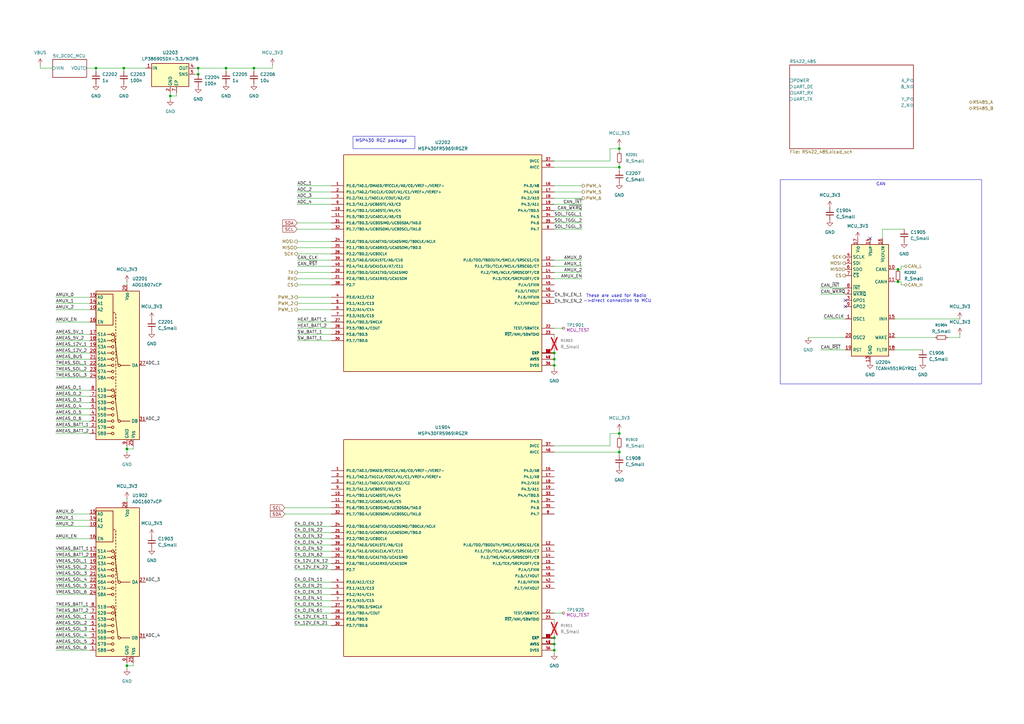
<source format=kicad_sch>
(kicad_sch (version 20250114) (generator "eeschema") (generator_version "9.0")
  (paper "A3")
  (text "These are used for Radio \n->direct connection to MCU" (at 253.238 122.428 0) (effects (font (size 1.27 1.27))))
  (text_box "MCU, communitaction channels\nmaybe heater for maintaininig temperature?" (at 24.13 -26.67 0) (size 41.402 19.304) (margins 0.9525 0.9525 0.9525 0.9525) (effects (font (size 1.27 1.27)) (justify left top)))
  (text_box "MSP430 RGZ package" (at 144.78 55.88 0) (size 25.4 5.08) (margins 0.9525 0.9525 0.9525 0.9525) (effects (font (size 1.27 1.27)) (justify left top)))
  (text_box "CAN" (at 320.04 73.66 0) (size 82.55 83.82) (margins 0.9525 0.9525 0.9525 0.9525) (effects (font (size 1.27 1.27)) (justify top)))
  (junction (at 81.28 30.48))
  (junction (at 227.33 144.78))
  (junction (at 81.28 27.94))
  (junction (at 368.3 115.57))
  (junction (at 92.71 27.94))
  (junction (at 254 185.42))
  (junction (at 368.3 110.49))
  (junction (at 227.33 264.16))
  (junction (at 227.33 266.7))
  (junction (at 50.8 27.94))
  (junction (at 104.14 27.94))
  (junction (at 69.85 39.37))
  (junction (at 39.37 27.94))
  (junction (at 52.07 184.15))
  (junction (at 227.33 147.32))
  (junction (at 227.33 149.86))
  (junction (at 254 68.58))
  (junction (at 227.33 261.62))
  (junction (at 254 60.96))
  (junction (at 254 177.8))
  (junction (at 52.07 273.05))
  (no_connect (at 346.71 123.19))
  (no_connect (at 346.71 125.73))
  (no_connect (at 356.87 97.79))
  (bus_entry (at -97.79 69.85) (size 2.54 2.54))
  (bus_entry (at -27.94 105.41) (size 2.54 2.54))
  (bus_entry (at -27.94 55.88) (size 2.54 2.54))
  (bus_entry (at -97.79 62.23) (size 2.54 2.54))
  (bus_entry (at -59.69 60.96) (size 2.54 2.54))
  (bus_entry (at -59.69 107.95) (size 2.54 2.54))
  (bus_entry (at -97.79 58.42) (size 2.54 2.54))
  (bus_entry (at -59.69 92.71) (size 2.54 2.54))
  (bus_entry (at -27.94 86.36) (size 2.54 2.54))
  (bus_entry (at -59.69 83.82) (size 2.54 2.54))
  (bus_entry (at -59.69 55.88) (size 2.54 2.54))
  (bus_entry (at -27.94 76.2) (size 2.54 2.54))
  (bus_entry (at -27.94 88.9) (size 2.54 2.54))
  (bus_entry (at -59.69 76.2) (size 2.54 2.54))
  (bus_entry (at -27.94 83.82) (size 2.54 2.54))
  (bus_entry (at -27.94 102.87) (size 2.54 2.54))
  (bus_entry (at -59.69 127) (size 2.54 2.54))
  (bus_entry (at -59.69 86.36) (size 2.54 2.54))
  (bus_entry (at -27.94 71.12) (size 2.54 2.54))
  (bus_entry (at -97.79 66.04) (size 2.54 2.54))
  (bus_entry (at -130.81 69.85) (size 2.54 2.54))
  (bus_entry (at -59.69 118.11) (size 2.54 2.54))
  (bus_entry (at -59.69 97.79) (size 2.54 2.54))
  (bus_entry (at -59.69 73.66) (size 2.54 2.54))
  (bus_entry (at -130.81 74.93) (size 2.54 2.54))
  (bus_entry (at -59.69 110.49) (size 2.54 2.54))
  (bus_entry (at -27.94 60.96) (size 2.54 2.54))
  (bus_entry (at -59.69 50.8) (size 2.54 2.54))
  (bus_entry (at -97.79 54.61) (size 2.54 2.54))
  (bus_entry (at -130.81 78.74) (size 2.54 2.54))
  (bus_entry (at -59.69 53.34) (size 2.54 2.54))
  (bus_entry (at -27.94 113.03) (size 2.54 2.54))
  (bus_entry (at -97.79 77.47) (size 2.54 2.54))
  (bus_entry (at -130.81 50.8) (size 2.54 2.54))
  (bus_entry (at -59.69 115.57) (size 2.54 2.54))
  (bus_entry (at -59.69 66.04) (size 2.54 2.54))
  (bus_entry (at -59.69 71.12) (size 2.54 2.54))
  (bus_entry (at -27.94 53.34) (size 2.54 2.54))
  (bus_entry (at -59.69 100.33) (size 2.54 2.54))
  (bus_entry (at -97.79 50.8) (size 2.54 2.54))
  (bus_entry (at -97.79 81.28) (size 2.54 2.54))
  (bus_entry (at -59.69 95.25) (size 2.54 2.54))
  (bus_entry (at -27.94 78.74) (size 2.54 2.54))
  (bus_entry (at -27.94 91.44) (size 2.54 2.54))
  (bus_entry (at -59.69 58.42) (size 2.54 2.54))
  (bus_entry (at -59.69 78.74) (size 2.54 2.54))
  (bus_entry (at -27.94 96.52) (size 2.54 2.54))
  (bus_entry (at -130.81 54.61) (size 2.54 2.54))
  (bus_entry (at -130.81 62.23) (size 2.54 2.54))
  (bus_entry (at -27.94 63.5) (size 2.54 2.54))
  (bus_entry (at -59.69 63.5) (size 2.54 2.54))
  (bus_entry (at -130.81 58.42) (size 2.54 2.54))
  (bus_entry (at -130.81 66.04) (size 2.54 2.54))
  (bus_entry (at -27.94 58.42) (size 2.54 2.54))
  (bus_entry (at -59.69 68.58) (size 2.54 2.54))
  (bus_entry (at -59.69 120.65) (size 2.54 2.54))
  (bus_entry (at -27.94 68.58) (size 2.54 2.54))
  (bus_entry (at -27.94 50.8) (size 2.54 2.54))
  (bus_entry (at -27.94 93.98) (size 2.54 2.54))
  (bus_entry (at -59.69 129.54) (size 2.54 2.54))
  (wire (pts (xy 254 177.8) (xy 254 179.07)))
  (bus (pts (xy -130.81 58.42) (xy -130.81 62.23)))
  (wire (pts (xy -25.4 53.34) (xy -11.43 53.34)))
  (wire (pts (xy -25.4 55.88) (xy -11.43 55.88)))
  (wire (pts (xy 22.86 127) (xy 36.83 127)))
  (wire (pts (xy 369.57 116.84) (xy 369.57 115.57)))
  (wire (pts (xy 52.07 184.15) (xy 54.61 184.15)))
  (wire (pts (xy 22.86 162.56) (xy 36.83 162.56)))
  (wire (pts (xy -57.15 66.04) (xy -43.18 66.04)))
  (wire (pts (xy 238.76 86.36) (xy 227.33 86.36)))
  (wire (pts (xy 121.92 124.46) (xy 135.89 124.46)))
  (wire (pts (xy -25.4 115.57) (xy -11.43 115.57)))
  (bus (pts (xy -27.94 88.9) (xy -27.94 91.44)))
  (wire (pts (xy 22.86 147.32) (xy 36.83 147.32)))
  (wire (pts (xy 81.28 27.94) (xy 92.71 27.94)))
  (wire (pts (xy 22.86 251.46) (xy 36.83 251.46)))
  (wire (pts (xy 22.86 259.08) (xy 36.83 259.08)))
  (wire (pts (xy -57.15 68.58) (xy -43.18 68.58)))
  (bus (pts (xy -27.94 86.36) (xy -27.94 88.9)))
  (wire (pts (xy 254 67.31) (xy 254 68.58)))
  (wire (pts (xy 369.57 110.49) (xy 368.3 110.49)))
  (wire (pts (xy 22.86 256.54) (xy 36.83 256.54)))
  (wire (pts (xy 111.76 26.67) (xy 111.76 27.94)))
  (bus (pts (xy -27.94 102.87) (xy -27.94 105.41)))
  (bus (pts (xy -59.69 110.49) (xy -59.69 115.57)))
  (wire (pts (xy 22.86 241.3) (xy 36.83 241.3)))
  (wire (pts (xy 227.33 251.46) (xy 231.14 251.46)))
  (wire (pts (xy -57.15 123.19) (xy -43.18 123.19)))
  (wire (pts (xy -128.27 57.15) (xy -113.03 57.15)))
  (wire (pts (xy 227.33 68.58) (xy 254 68.58)))
  (wire (pts (xy 121.92 137.16) (xy 135.89 137.16)))
  (bus (pts (xy -59.69 129.54) (xy -59.69 147.32)))
  (wire (pts (xy 120.65 233.68) (xy 135.89 233.68)))
  (wire (pts (xy 250.19 60.96) (xy 250.19 66.04)))
  (wire (pts (xy 370.84 116.84) (xy 369.57 116.84)))
  (bus (pts (xy -27.94 48.26) (xy -25.4 48.26)))
  (wire (pts (xy 368.3 110.49) (xy 367.03 110.49)))
  (wire (pts (xy 104.14 29.21) (xy 104.14 27.94)))
  (wire (pts (xy 22.86 215.9) (xy 36.83 215.9)))
  (bus (pts (xy -59.69 55.88) (xy -59.69 58.42)))
  (wire (pts (xy 22.86 165.1) (xy 36.83 165.1)))
  (wire (pts (xy 120.65 215.9) (xy 135.89 215.9)))
  (wire (pts (xy 121.92 78.74) (xy 135.89 78.74)))
  (wire (pts (xy 16.51 27.94) (xy 16.51 26.67)))
  (wire (pts (xy 92.71 29.21) (xy 92.71 27.94)))
  (wire (pts (xy 227.33 260.35) (xy 227.33 261.62)))
  (wire (pts (xy 227.33 147.32) (xy 227.33 144.78)))
  (wire (pts (xy 22.86 210.82) (xy 36.83 210.82)))
  (wire (pts (xy -95.25 53.34) (xy -80.01 53.34)))
  (wire (pts (xy 69.85 40.64) (xy 69.85 39.37)))
  (wire (pts (xy 227.33 264.16) (xy 227.33 261.62)))
  (wire (pts (xy 370.84 109.22) (xy 369.57 109.22)))
  (wire (pts (xy -57.15 132.08) (xy -43.18 132.08)))
  (wire (pts (xy 52.07 273.05) (xy 52.07 271.78)))
  (wire (pts (xy -128.27 77.47) (xy -113.03 77.47)))
  (wire (pts (xy 121.92 116.84) (xy 135.89 116.84)))
  (wire (pts (xy 80.01 27.94) (xy 81.28 27.94)))
  (bus (pts (xy -97.79 54.61) (xy -97.79 58.42)))
  (bus (pts (xy -27.94 96.52) (xy -27.94 102.87)))
  (wire (pts (xy 22.86 261.62) (xy 36.83 261.62)))
  (bus (pts (xy -130.81 78.74) (xy -130.81 87.63)))
  (wire (pts (xy 383.54 138.43) (xy 367.03 138.43)))
  (wire (pts (xy -57.15 88.9) (xy -43.18 88.9)))
  (wire (pts (xy 121.92 104.14) (xy 135.89 104.14)))
  (bus (pts (xy -130.81 62.23) (xy -130.81 66.04)))
  (bus (pts (xy -97.79 48.26) (xy -97.79 50.8)))
  (wire (pts (xy 22.86 231.14) (xy 36.83 231.14)))
  (bus (pts (xy -59.69 73.66) (xy -59.69 76.2)))
  (wire (pts (xy 250.19 66.04) (xy 227.33 66.04)))
  (wire (pts (xy 22.86 254) (xy 36.83 254)))
  (wire (pts (xy 135.89 251.46) (xy 120.65 251.46)))
  (wire (pts (xy 337.82 130.81) (xy 346.71 130.81)))
  (wire (pts (xy 227.33 106.68) (xy 238.76 106.68)))
  (bus (pts (xy -59.69 76.2) (xy -59.69 78.74)))
  (bus (pts (xy -27.94 113.03) (xy -27.94 129.54)))
  (bus (pts (xy -59.69 68.58) (xy -59.69 71.12)))
  (wire (pts (xy 22.86 132.08) (xy 36.83 132.08)))
  (bus (pts (xy -59.69 115.57) (xy -59.69 118.11)))
  (wire (pts (xy -25.4 60.96) (xy -11.43 60.96)))
  (wire (pts (xy -128.27 60.96) (xy -113.03 60.96)))
  (wire (pts (xy 121.92 83.82) (xy 135.89 83.82)))
  (wire (pts (xy 250.19 177.8) (xy 254 177.8)))
  (bus (pts (xy -27.94 58.42) (xy -27.94 60.96)))
  (wire (pts (xy -57.15 73.66) (xy -43.18 73.66)))
  (wire (pts (xy -25.4 63.5) (xy -11.43 63.5)))
  (bus (pts (xy -27.94 53.34) (xy -27.94 55.88)))
  (wire (pts (xy 120.65 220.98) (xy 135.89 220.98)))
  (bus (pts (xy -27.94 91.44) (xy -27.94 93.98)))
  (wire (pts (xy 22.86 167.64) (xy 36.83 167.64)))
  (wire (pts (xy -57.15 78.74) (xy -43.18 78.74)))
  (bus (pts (xy -27.94 76.2) (xy -27.94 78.74)))
  (wire (pts (xy 254 60.96) (xy 254 62.23)))
  (wire (pts (xy 22.86 264.16) (xy 36.83 264.16)))
  (wire (pts (xy 81.28 27.94) (xy 81.28 30.48)))
  (wire (pts (xy 22.86 154.94) (xy 36.83 154.94)))
  (wire (pts (xy -25.4 107.95) (xy -11.43 107.95)))
  (wire (pts (xy 52.07 184.15) (xy 52.07 182.88)))
  (wire (pts (xy 22.86 177.8) (xy 36.83 177.8)))
  (wire (pts (xy 238.76 81.28) (xy 227.33 81.28)))
  (bus (pts (xy -27.94 63.5) (xy -27.94 68.58)))
  (wire (pts (xy 81.28 30.48) (xy 80.01 30.48)))
  (wire (pts (xy -57.15 118.11) (xy -43.18 118.11)))
  (wire (pts (xy 250.19 177.8) (xy 250.19 182.88)))
  (wire (pts (xy 121.92 134.62) (xy 135.89 134.62)))
  (wire (pts (xy 254 69.85) (xy 254 68.58)))
  (wire (pts (xy 116.84 210.82) (xy 135.89 210.82)))
  (wire (pts (xy 369.57 109.22) (xy 369.57 110.49)))
  (wire (pts (xy -128.27 81.28) (xy -113.03 81.28)))
  (wire (pts (xy 22.86 152.4) (xy 36.83 152.4)))
  (wire (pts (xy 227.33 149.86) (xy 227.33 147.32)))
  (bus (pts (xy -97.79 48.26) (xy -95.25 48.26)))
  (wire (pts (xy -95.25 57.15) (xy -80.01 57.15)))
  (wire (pts (xy 121.92 121.92) (xy 135.89 121.92)))
  (wire (pts (xy 238.76 83.82) (xy 227.33 83.82)))
  (bus (pts (xy -97.79 69.85) (xy -97.79 77.47)))
  (wire (pts (xy 104.14 27.94) (xy 92.71 27.94)))
  (wire (pts (xy 238.76 78.74) (xy 227.33 78.74)))
  (wire (pts (xy -25.4 86.36) (xy -11.43 86.36)))
  (wire (pts (xy 22.86 121.92) (xy 36.83 121.92)))
  (wire (pts (xy -25.4 71.12) (xy -11.43 71.12)))
  (wire (pts (xy 120.65 223.52) (xy 135.89 223.52)))
  (wire (pts (xy 227.33 114.3) (xy 238.76 114.3)))
  (wire (pts (xy -25.4 73.66) (xy -11.43 73.66)))
  (wire (pts (xy 111.76 27.94) (xy 104.14 27.94)))
  (bus (pts (xy -59.69 66.04) (xy -59.69 68.58)))
  (wire (pts (xy 116.84 208.28) (xy 135.89 208.28)))
  (wire (pts (xy 121.92 114.3) (xy 135.89 114.3)))
  (wire (pts (xy 121.92 139.7) (xy 135.89 139.7)))
  (wire (pts (xy 368.3 115.57) (xy 367.03 115.57)))
  (wire (pts (xy -57.15 100.33) (xy -43.18 100.33)))
  (wire (pts (xy 227.33 151.13) (xy 227.33 149.86)))
  (bus (pts (xy -59.69 71.12) (xy -59.69 73.66)))
  (bus (pts (xy -59.69 107.95) (xy -59.69 110.49)))
  (wire (pts (xy 336.55 118.11) (xy 346.71 118.11)))
  (bus (pts (xy -97.79 81.28) (xy -97.79 105.41)))
  (wire (pts (xy 35.56 27.94) (xy 39.37 27.94)))
  (wire (pts (xy 254 186.69) (xy 254 185.42)))
  (wire (pts (xy 121.92 91.44) (xy 135.89 91.44)))
  (bus (pts (xy -59.69 48.26) (xy -59.69 50.8)))
  (wire (pts (xy 254 184.15) (xy 254 185.42)))
  (bus (pts (xy -27.94 105.41) (xy -27.94 113.03)))
  (bus (pts (xy -27.94 50.8) (xy -27.94 53.34)))
  (wire (pts (xy -25.4 91.44) (xy -11.43 91.44)))
  (wire (pts (xy 250.19 182.88) (xy 227.33 182.88)))
  (wire (pts (xy 69.85 39.37) (xy 72.39 39.37)))
  (wire (pts (xy -57.15 63.5) (xy -43.18 63.5)))
  (wire (pts (xy 227.33 255.27) (xy 227.33 254)))
  (wire (pts (xy 120.65 218.44) (xy 135.89 218.44)))
  (wire (pts (xy 72.39 39.37) (xy 72.39 38.1)))
  (wire (pts (xy -57.15 113.03) (xy -43.18 113.03)))
  (wire (pts (xy 135.89 254) (xy 120.65 254)))
  (bus (pts (xy -59.69 120.65) (xy -59.69 127)))
  (wire (pts (xy 121.92 99.06) (xy 135.89 99.06)))
  (wire (pts (xy -95.25 72.39) (xy -80.01 72.39)))
  (wire (pts (xy 69.85 39.37) (xy 69.85 38.1)))
  (wire (pts (xy 120.65 241.3) (xy 135.89 241.3)))
  (wire (pts (xy 120.65 243.84) (xy 135.89 243.84)))
  (wire (pts (xy 50.8 29.21) (xy 50.8 27.94)))
  (wire (pts (xy -95.25 80.01) (xy -80.01 80.01)))
  (wire (pts (xy 254 176.53) (xy 254 177.8)))
  (wire (pts (xy -25.4 96.52) (xy -11.43 96.52)))
  (wire (pts (xy 135.89 256.54) (xy 120.65 256.54)))
  (wire (pts (xy 121.92 109.22) (xy 135.89 109.22)))
  (wire (pts (xy 16.51 27.94) (xy 21.59 27.94)))
  (wire (pts (xy -25.4 66.04) (xy -11.43 66.04)))
  (wire (pts (xy 50.8 27.94) (xy 59.69 27.94)))
  (wire (pts (xy 52.07 273.05) (xy 54.61 273.05)))
  (wire (pts (xy 361.95 93.98) (xy 370.84 93.98)))
  (bus (pts (xy -59.69 48.26) (xy -57.15 48.26)))
  (wire (pts (xy -25.4 58.42) (xy -11.43 58.42)))
  (wire (pts (xy 22.86 226.06) (xy 36.83 226.06)))
  (wire (pts (xy 227.33 185.42) (xy 254 185.42)))
  (wire (pts (xy 121.92 127) (xy 135.89 127)))
  (wire (pts (xy 22.86 238.76) (xy 36.83 238.76)))
  (bus (pts (xy -59.69 63.5) (xy -59.69 66.04)))
  (wire (pts (xy -57.15 95.25) (xy -43.18 95.25)))
  (wire (pts (xy -95.25 60.96) (xy -80.01 60.96)))
  (wire (pts (xy 22.86 175.26) (xy 36.83 175.26)))
  (wire (pts (xy 250.19 60.96) (xy 254 60.96)))
  (wire (pts (xy -95.25 64.77) (xy -80.01 64.77)))
  (bus (pts (xy -27.94 78.74) (xy -27.94 83.82)))
  (bus (pts (xy -59.69 127) (xy -59.69 129.54)))
  (wire (pts (xy -128.27 53.34) (xy -113.03 53.34)))
  (wire (pts (xy 369.57 115.57) (xy 368.3 115.57)))
  (wire (pts (xy -57.15 55.88) (xy -41.91 55.88)))
  (bus (pts (xy -97.79 58.42) (xy -97.79 62.23)))
  (bus (pts (xy -27.94 93.98) (xy -27.94 96.52)))
  (wire (pts (xy 22.86 137.16) (xy 36.83 137.16)))
  (wire (pts (xy -57.15 81.28) (xy -43.18 81.28)))
  (wire (pts (xy 227.33 266.7) (xy 227.33 264.16)))
  (bus (pts (xy -27.94 71.12) (xy -27.94 76.2)))
  (bus (pts (xy -59.69 60.96) (xy -59.69 63.5)))
  (bus (pts (xy -97.79 50.8) (xy -97.79 54.61)))
  (wire (pts (xy 121.92 81.28) (xy 135.89 81.28)))
  (bus (pts (xy -59.69 92.71) (xy -59.69 95.25)))
  (wire (pts (xy -57.15 71.12) (xy -43.18 71.12)))
  (bus (pts (xy -59.69 53.34) (xy -59.69 55.88)))
  (bus (pts (xy -130.81 74.93) (xy -130.81 78.74)))
  (wire (pts (xy 336.55 120.65) (xy 346.71 120.65)))
  (bus (pts (xy -59.69 86.36) (xy -59.69 92.71)))
  (bus (pts (xy -59.69 58.42) (xy -59.69 60.96)))
  (bus (pts (xy -97.79 77.47) (xy -97.79 81.28)))
  (wire (pts (xy 227.33 267.97) (xy 227.33 266.7)))
  (wire (pts (xy 22.86 170.18) (xy 36.83 170.18)))
  (bus (pts (xy -27.94 60.96) (xy -27.94 63.5)))
  (bus (pts (xy -59.69 78.74) (xy -59.69 83.82)))
  (bus (pts (xy -59.69 83.82) (xy -59.69 86.36)))
  (wire (pts (xy 120.65 226.06) (xy 135.89 226.06)))
  (wire (pts (xy -57.15 58.42) (xy -43.18 58.42)))
  (wire (pts (xy 22.86 236.22) (xy 36.83 236.22)))
  (wire (pts (xy 54.61 273.05) (xy 54.61 271.78)))
  (bus (pts (xy -59.69 95.25) (xy -59.69 97.79)))
  (wire (pts (xy 238.76 76.2) (xy 227.33 76.2)))
  (bus (pts (xy -59.69 100.33) (xy -59.69 107.95)))
  (wire (pts (xy 22.86 149.86) (xy 36.83 149.86)))
  (bus (pts (xy -130.81 69.85) (xy -130.81 74.93)))
  (wire (pts (xy 22.86 160.02) (xy 36.83 160.02)))
  (wire (pts (xy 22.86 139.7) (xy 36.83 139.7)))
  (wire (pts (xy -128.27 64.77) (xy -113.03 64.77)))
  (bus (pts (xy -130.81 54.61) (xy -130.81 58.42)))
  (wire (pts (xy 227.33 134.62) (xy 231.14 134.62)))
  (wire (pts (xy 121.92 106.68) (xy 135.89 106.68)))
  (bus (pts (xy -130.81 66.04) (xy -130.81 69.85)))
  (wire (pts (xy -57.15 120.65) (xy -43.18 120.65)))
  (wire (pts (xy 393.7 130.81) (xy 367.03 130.81)))
  (wire (pts (xy -95.25 83.82) (xy -80.01 83.82)))
  (wire (pts (xy 120.65 228.6) (xy 135.89 228.6)))
  (wire (pts (xy 336.55 143.51) (xy 346.71 143.51)))
  (bus (pts (xy -97.79 62.23) (xy -97.79 66.04)))
  (wire (pts (xy 238.76 88.9) (xy 227.33 88.9)))
  (wire (pts (xy 22.86 124.46) (xy 36.83 124.46)))
  (bus (pts (xy -59.69 97.79) (xy -59.69 100.33)))
  (wire (pts (xy 22.86 243.84) (xy 36.83 243.84)))
  (wire (pts (xy 22.86 233.68) (xy 36.83 233.68)))
  (wire (pts (xy 22.86 213.36) (xy 36.83 213.36)))
  (bus (pts (xy -97.79 66.04) (xy -97.79 69.85)))
  (wire (pts (xy -25.4 88.9) (xy -11.43 88.9)))
  (wire (pts (xy -57.15 129.54) (xy -43.18 129.54)))
  (wire (pts (xy -128.27 72.39) (xy -113.03 72.39)))
  (wire (pts (xy -57.15 76.2) (xy -43.18 76.2)))
  (wire (pts (xy 22.86 144.78) (xy 36.83 144.78)))
  (wire (pts (xy -57.15 86.36) (xy -43.18 86.36)))
  (wire (pts (xy 238.76 93.98) (xy 227.33 93.98)))
  (wire (pts (xy 39.37 27.94) (xy 50.8 27.94)))
  (wire (pts (xy 227.33 143.51) (xy 227.33 144.78)))
  (wire (pts (xy 254 59.69) (xy 254 60.96)))
  (wire (pts (xy 54.61 184.15) (xy 54.61 182.88)))
  (wire (pts (xy 22.86 142.24) (xy 36.83 142.24)))
  (wire (pts (xy 227.33 138.43) (xy 227.33 137.16)))
  (wire (pts (xy 378.46 143.51) (xy 367.03 143.51)))
  (wire (pts (xy 135.89 248.92) (xy 120.65 248.92)))
  (wire (pts (xy 52.07 185.42) (xy 52.07 184.15)))
  (wire (pts (xy 227.33 109.22) (xy 238.76 109.22)))
  (wire (pts (xy -25.4 78.74) (xy -11.43 78.74)))
  (wire (pts (xy 393.7 138.43) (xy 388.62 138.43)))
  (wire (pts (xy -57.15 60.96) (xy -43.18 60.96)))
  (wire (pts (xy 22.86 266.7) (xy 36.83 266.7)))
  (wire (pts (xy 22.86 220.98) (xy 36.83 220.98)))
  (wire (pts (xy 52.07 274.32) (xy 52.07 273.05)))
  (wire (pts (xy 52.07 204.47) (xy 52.07 205.74)))
  (wire (pts (xy -57.15 102.87) (xy -43.18 102.87)))
  (wire (pts (xy 121.92 76.2) (xy 135.89 76.2)))
  (bus (pts (xy -130.81 48.26) (xy -130.81 50.8)))
  (wire (pts (xy -95.25 68.58) (xy -80.01 68.58)))
  (wire (pts (xy -57.15 97.79) (xy -43.18 97.79)))
  (wire (pts (xy 120.65 246.38) (xy 135.89 246.38)))
  (bus (pts (xy -27.94 48.26) (xy -27.94 50.8)))
  (wire (pts (xy -25.4 81.28) (xy -11.43 81.28)))
  (wire (pts (xy 22.86 172.72) (xy 36.83 172.72)))
  (wire (pts (xy 121.92 93.98) (xy 135.89 93.98)))
  (wire (pts (xy -128.27 68.58) (xy -113.03 68.58)))
  (bus (pts (xy -27.94 83.82) (xy -27.94 86.36)))
  (bus (pts (xy -128.27 48.26) (xy -130.81 48.26)))
  (wire (pts (xy 52.07 115.57) (xy 52.07 116.84)))
  (wire (pts (xy 120.65 231.14) (xy 135.89 231.14)))
  (wire (pts (xy -57.15 53.34) (xy -41.91 53.34)))
  (bus (pts (xy -130.81 50.8) (xy -130.81 54.61)))
  (wire (pts (xy 22.86 248.92) (xy 36.83 248.92)))
  (wire (pts (xy 331.47 138.43) (xy 346.71 138.43)))
  (bus (pts (xy -27.94 68.58) (xy -27.94 71.12)))
  (wire (pts (xy -25.4 105.41) (xy -11.43 105.41)))
  (wire (pts (xy 393.7 137.16) (xy 393.7 138.43)))
  (wire (pts (xy 361.95 97.79) (xy 361.95 93.98)))
  (wire (pts (xy 227.33 111.76) (xy 238.76 111.76)))
  (wire (pts (xy 121.92 101.6) (xy 135.89 101.6)))
  (wire (pts (xy 121.92 111.76) (xy 135.89 111.76)))
  (bus (pts (xy -59.69 50.8) (xy -59.69 53.34)))
  (wire (pts (xy 121.92 132.08) (xy 135.89 132.08)))
  (bus (pts (xy -59.69 118.11) (xy -59.69 120.65)))
  (wire (pts (xy 238.76 91.44) (xy 227.33 91.44)))
  (wire (pts (xy -25.4 99.06) (xy -11.43 99.06)))
  (bus (pts (xy -27.94 55.88) (xy -27.94 58.42)))
  (wire (pts (xy -25.4 93.98) (xy -11.43 93.98)))
  (wire (pts (xy 22.86 228.6) (xy 36.83 228.6)))
  (wire (pts (xy -57.15 110.49) (xy -43.18 110.49)))
  (wire (pts (xy 120.65 238.76) (xy 135.89 238.76)))
  (wire (pts (xy 39.37 29.21) (xy 39.37 27.94)))
  (table (column_count 2) (border (external yes) (header yes)) (separators (rows yes) (cols yes)) (column_widths 22.098 25.654) (row_heights 2.54 2.54 2.54 2.54 2.54 2.54 2.54) (cells (table_cell "Inputs" (at 21.082 -52.578 0) (size 22.098 2.54) (margins 0.9525 0.9525 0.9525 0.9525) (span 1 1)) (table_cell "Outputs" (at 43.18 -52.578 0) (size 25.654 2.54) (margins 0.9525 0.9525 0.9525 0.9525) (span 1 1)) (table_cell "Measured values " (at 21.082 -50.038 0) (size 22.098 2.54) (margins 0.9525 0.9525 0.9525 0.9525) (span 1 1)) (table_cell "Switch enables" (at 43.18 -50.038 0) (size 25.654 2.54) (margins 0.9525 0.9525 0.9525 0.9525) (span 1 1)) (table_cell "" (at 21.082 -47.498 0) (size 22.098 2.54) (margins 0.9525 0.9525 0.9525 0.9525) (span 1 1)) (table_cell "Channel enables" (at 43.18 -47.498 0) (size 25.654 2.54) (margins 0.9525 0.9525 0.9525 0.9525) (span 1 1)) (table_cell "I2C" (at 21.082 -44.958 0) (size 22.098 2.54) (margins 0.9525 0.9525 0.9525 0.9525) (span 1 1)) (table_cell "I2C" (at 43.18 -44.958 0) (size 25.654 2.54) (margins 0.9525 0.9525 0.9525 0.9525) (span 1 1)) (table_cell "RS482" (at 21.082 -42.418 0) (size 22.098 2.54) (margins 0.9525 0.9525 0.9525 0.9525) (span 1 1)) (table_cell "RS485" (at 43.18 -42.418 0) (size 25.654 2.54) (margins 0.9525 0.9525 0.9525 0.9525) (span 1 1)) (table_cell "CAN" (at 21.082 -39.878 0) (size 22.098 2.54) (margins 0.9525 0.9525 0.9525 0.9525) (span 1 1)) (table_cell "CAN" (at 43.18 -39.878 0) (size 25.654 2.54) (margins 0.9525 0.9525 0.9525 0.9525) (span 1 1)) (table_cell "UART for debug" (at 21.082 -37.338 0) (size 22.098 2.54) (margins 0.9525 0.9525 0.9525 0.9525) (span 1 1)) (table_cell "UART for debug" (at 43.18 -37.338 0) (size 25.654 2.54) (margins 0.9525 0.9525 0.9525 0.9525) (span 1 1))))
  (table (column_count 9) (border (external yes) (header yes)) (separators (rows yes) (cols yes)) (column_widths 11.43 10.16 10.16 10.16 8.89 8.89 8.89 8.89 7.62) (row_heights 6.35 2.54 6.35 2.54 2.54) (cells (table_cell "Required pins" (at -100.33 19.05 0) (size 11.43 6.35) (margins 0.9525 0.9525 0.9525 0.9525) (span 1 1)) (table_cell "Channel O EN" (at -88.9 19.05 0) (size 10.16 6.35) (margins 0.9525 0.9525 0.9525 0.9525) (span 1 1)) (table_cell "Channel 5V EN" (at -78.74 19.05 0) (size 10.16 6.35) (margins 0.9525 0.9525 0.9525 0.9525) (span 1 1)) (table_cell "Channel 12V EN" (at -68.58 19.05 0) (size 10.16 6.35) (margins 0.9525 0.9525 0.9525 0.9525) (span 1 1)) (table_cell "Batt Switch" (at -58.42 19.05 0) (size 8.89 6.35) (margins 0.9525 0.9525 0.9525 0.9525) (span 1 1)) (table_cell "BUS switch" (at -49.53 19.05 0) (size 8.89 6.35) (margins 0.9525 0.9525 0.9525 0.9525) (span 1 1)) (table_cell "SOL switch" (at -40.64 19.05 0) (size 8.89 6.35) (margins 0.9525 0.9525 0.9525 0.9525) (span 1 1)) (table_cell "Heaters" (at -31.75 19.05 0) (size 8.89 6.35) (margins 0.9525 0.9525 0.9525 0.9525) (span 1 1)) (table_cell "SUM" (at -22.86 19.05 0) (size 7.62 6.35) (margins 0.9525 0.9525 0.9525 0.9525) (span 1 1)) (table_cell "GPIO" (at -100.33 25.4 0) (size 11.43 2.54) (margins 0.9525 0.9525 0.9525 0.9525) (span 1 1)) (table_cell "12" (at -88.9 25.4 0) (size 10.16 2.54) (margins 0.9525 0.9525 0.9525 0.9525) (span 1 1)) (table_cell "2" (at -78.74 25.4 0) (size 10.16 2.54) (margins 0.9525 0.9525 0.9525 0.9525) (span 1 1)) (table_cell "4" (at -68.58 25.4 0) (size 10.16 2.54) (margins 0.9525 0.9525 0.9525 0.9525) (span 1 1)) (table_cell "2" (at -58.42 25.4 0) (size 8.89 2.54) (margins 0.9525 0.9525 0.9525 0.9525) (span 1 1)) (table_cell "0" (at -49.53 25.4 0) (size 8.89 2.54) (margins 0.9525 0.9525 0.9525 0.9525) (span 1 1)) (table_cell "3" (at -40.64 25.4 0) (size 8.89 2.54) (margins 0.9525 0.9525 0.9525 0.9525) (span 1 1)) (table_cell "2" (at -31.75 25.4 0) (size 8.89 2.54) (margins 0.9525 0.9525 0.9525 0.9525) (span 1 1)) (table_cell "25" (at -22.86 25.4 0) (size 7.62 2.54) (margins 0.9525 0.9525 0.9525 0.9525) (span 1 1)) (table_cell "" (at -100.33 27.94 0) (size 11.43 6.35) (margins 0.9525 0.9525 0.9525 0.9525) (span 1 1)) (table_cell "Channel O AM" (at -88.9 27.94 0) (size 10.16 6.35) (margins 0.9525 0.9525 0.9525 0.9525) (span 1 1)) (table_cell "Channel 5V AM" (at -78.74 27.94 0) (size 10.16 6.35) (margins 0.9525 0.9525 0.9525 0.9525) (span 1 1)) (table_cell "Channel 12V AM" (at -68.58 27.94 0) (size 10.16 6.35) (margins 0.9525 0.9525 0.9525 0.9525) (span 1 1)) (table_cell "BATT AM" (at -58.42 27.94 0) (size 8.89 6.35) (margins 0.9525 0.9525 0.9525 0.9525) (span 1 1)) (table_cell "BUS AM" (at -49.53 27.94 0) (size 8.89 6.35) (margins 0.9525 0.9525 0.9525 0.9525) (span 1 1)) (table_cell "SOL AM" (at -40.64 27.94 0) (size 8.89 6.35) (margins 0.9525 0.9525 0.9525 0.9525) (span 1 1)) (table_cell "" (at -31.75 27.94 0) (size 8.89 6.35) (margins 0.9525 0.9525 0.9525 0.9525) (span 1 1)) (table_cell "" (at -22.86 27.94 0) (size 7.62 6.35) (margins 0.9525 0.9525 0.9525 0.9525) (span 1 1)) (table_cell "Analog" (at -100.33 34.29 0) (size 11.43 2.54) (margins 0.9525 0.9525 0.9525 0.9525) (span 1 1)) (table_cell "6" (at -88.9 34.29 0) (size 10.16 2.54) (margins 0.9525 0.9525 0.9525 0.9525) (span 1 1)) (table_cell "2" (at -78.74 34.29 0) (size 10.16 2.54) (margins 0.9525 0.9525 0.9525 0.9525) (span 1 1)) (table_cell "2" (at -68.58 34.29 0) (size 10.16 2.54) (margins 0.9525 0.9525 0.9525 0.9525) (span 1 1)) (table_cell "2" (at -58.42 34.29 0) (size 8.89 2.54) (margins 0.9525 0.9525 0.9525 0.9525) (span 1 1)) (table_cell "1" (at -49.53 34.29 0) (size 8.89 2.54) (margins 0.9525 0.9525 0.9525 0.9525) (span 1 1)) (table_cell "3" (at -40.64 34.29 0) (size 8.89 2.54) (margins 0.9525 0.9525 0.9525 0.9525) (span 1 1)) (table_cell "" (at -31.75 34.29 0) (size 8.89 2.54) (margins 0.9525 0.9525 0.9525 0.9525) (span 1 1)) (table_cell "16" (at -22.86 34.29 0) (size 7.62 2.54) (margins 0.9525 0.9525 0.9525 0.9525) (span 1 1)) (table_cell "" (at -100.33 36.83 0) (size 11.43 2.54) (margins 0.9525 0.9525 0.9525 0.9525) (span 1 1)) (table_cell "" (at -88.9 36.83 0) (size 10.16 2.54) (margins 0.9525 0.9525 0.9525 0.9525) (span 1 1)) (table_cell "" (at -78.74 36.83 0) (size 10.16 2.54) (margins 0.9525 0.9525 0.9525 0.9525) (span 1 1)) (table_cell "" (at -68.58 36.83 0) (size 10.16 2.54) (margins 0.9525 0.9525 0.9525 0.9525) (span 1 1)) (table_cell "" (at -58.42 36.83 0) (size 8.89 2.54) (margins 0.9525 0.9525 0.9525 0.9525) (span 1 1)) (table_cell "" (at -49.53 36.83 0) (size 8.89 2.54) (margins 0.9525 0.9525 0.9525 0.9525) (span 1 1)) (table_cell "" (at -40.64 36.83 0) (size 8.89 2.54) (margins 0.9525 0.9525 0.9525 0.9525) (span 1 1)) (table_cell "" (at -31.75 36.83 0) (size 8.89 2.54) (margins 0.9525 0.9525 0.9525 0.9525) (span 1 1)) (table_cell "41" (at -22.86 36.83 0) (size 7.62 2.54) (margins 0.9525 0.9525 0.9525 0.9525) (span 1 1))))
  (label "AMUX_0" (at 22.86 210.82 0))
  (label "AMEAS_SOL_3" (at -11.43 91.44 180))
  (label "TMEAS_SOL_2" (at 22.86 152.4 0))
  (label "TMEAS_SOL_6" (at -81.28 72.39 180))
  (label "VMEAS_SOL_5" (at 22.86 241.3 0))
  (label "Ch_O_EN_61" (at -43.18 78.74 180))
  (label "AMEAS_12V_1" (at 22.86 142.24 0))
  (label "VMEAS_BATT_1" (at 22.86 226.06 0))
  (label "VMEAS_SOL_2" (at 22.86 233.68 0))
  (label "SOL_TGGL_2" (at -43.18 120.65 180))
  (label "CAN_~{INT}" (at 336.55 118.11 0))
  (label "AMEAS_O_3" (at 22.86 165.1 0))
  (label "VMEAS_SOL_4" (at 22.86 238.76 0))
  (label "VMEAS_SOL_6" (at -114.3 72.39 180))
  (label "AMEAS_5V_2" (at 22.86 139.7 0))
  (label "SW_BATT_1" (at -43.18 110.49 180))
  (label "AMEAS_BATT_2" (at -11.43 107.95 180))
  (label "SW_BATT_1" (at 121.92 137.16 0))
  (label "AMEAS_5V_2" (at -11.43 73.66 180))
  (label "AMEAS_O_6" (at -11.43 66.04 180))
  (label "Ch_O_EN_42" (at 120.65 223.52 0))
  (label "Ch_O_EN_42" (at -43.18 71.12 180))
  (label "Ch_12V_EN_12" (at 120.65 231.14 0))
  (label "AMEAS_O_1" (at -11.43 53.34 180))
  (label "AMEAS_O_2" (at 22.86 162.56 0))
  (label "AMEAS_O_2" (at -11.43 55.88 180))
  (label "AMEAS_SOL_4" (at -11.43 93.98 180))
  (label "AMUX_1" (at 22.86 124.46 0))
  (label "AMEAS_SOL_6" (at 22.86 266.7 0))
  (label "Ch_O_EN_52" (at 120.65 226.06 0))
  (label "Ch_O_EN_51" (at 120.65 248.92 0))
  (label "Ch_O_EN_41" (at -43.18 68.58 180))
  (label "Ch_O_EN_61" (at 120.65 251.46 0))
  (label "AMEAS_O_3" (at -11.43 58.42 180))
  (label "VMEAS_SOL_5" (at -114.3 68.58 180))
  (label "VMEAS_BATT_1" (at -114.3 77.47 180))
  (label "AMEAS_SOL_1" (at -11.43 86.36 180))
  (label "Ch_O_EN_52" (at -43.18 76.2 180))
  (label "TMEAS_SOL_4" (at -81.28 64.77 180))
  (label "Ch_O_EN_51" (at -43.18 73.66 180))
  (label "CAN_CLK" (at 121.92 106.68 0))
  (label "Ch_O_EN_11" (at 120.65 238.76 0))
  (label "AMEAS_5V_1" (at -11.43 71.12 180))
  (label "Ch_O_EN_22" (at -43.18 60.96 180))
  (label "TMEAS_BATT_2" (at 22.86 251.46 0))
  (label "AMUX_EN" (at 22.86 132.08 0))
  (label "TMEAS_BATT_1" (at -81.28 80.01 180))
  (label "SOL_TGGL_3" (at 238.76 93.98 180))
  (label "Ch_O_EN_21" (at -43.18 58.42 180))
  (label "TMEAS_SOL_3" (at 22.86 154.94 0))
  (label "VMEAS_BATT_2" (at 22.86 228.6 0))
  (label "AMEAS_BATT_1" (at -11.43 105.41 180))
  (label "TMEAS_SOL_2" (at -81.28 57.15 180))
  (label "AMEAS_O_1" (at 22.86 160.02 0))
  (label "AMEAS_SOL_3" (at 22.86 259.08 0))
  (label "Ch_O_EN_31" (at -43.18 63.5 180))
  (label "VMEAS_BATT_2" (at -114.3 81.28 180))
  (label "TMEAS_BATT_1" (at 22.86 248.92 0))
  (label "Ch_5V_EN_2" (at -43.18 88.9 180))
  (label "Ch_O_EN_32" (at 120.65 220.98 0))
  (label "AMEAS_SOL_4" (at 22.86 261.62 0))
  (label "Ch_O_EN_22" (at 120.65 218.44 0))
  (label "VMEAS_SOL_1" (at 22.86 231.14 0))
  (label "AMUX_2" (at 22.86 127 0))
  (label "ADC_4" (at 59.69 261.62 0))
  (label "HEAT_BATT_2" (at -43.18 132.08 180))
  (label "AMUX_EN" (at 22.86 220.98 0))
  (label "ADC_4" (at 121.92 83.82 0))
  (label "Ch_O_EN_12" (at 120.65 215.9 0))
  (label "AMEAS_12V_1" (at -11.43 78.74 180))
  (label "TMEAS_SOL_1" (at 22.86 149.86 0))
  (label "VMEAS_SOL_3" (at -114.3 60.96 180))
  (label "TMEAS_SOL_3" (at -81.28 60.96 180))
  (label "AMEAS_12V_2" (at -11.43 81.28 180))
  (label "SOL_TGGL_2" (at 238.76 91.44 180))
  (label "AMUX_1" (at 22.86 213.36 0))
  (label "AMUX_0" (at 22.86 121.92 0))
  (label "HEAT_BATT_1" (at -43.18 129.54 180))
  (label "AMEAS_BATT_1" (at 22.86 175.26 0))
  (label "HEAT_BATT_2" (at 121.92 134.62 0))
  (label "AMUX_2" (at 238.76 111.76 180))
  (label "Ch_12V_EN_12" (at -43.18 97.79 180))
  (label "HEAT_BATT_1" (at 121.92 132.08 0))
  (label "Ch_12V_EN_21" (at 120.65 256.54 0))
  (label "Ch_12V_EN_22" (at 120.65 233.68 0))
  (label "Ch_O_EN_62" (at 120.65 228.6 0))
  (label "AMEAS_BUS" (at 22.86 147.32 0))
  (label "ADC_3" (at 121.92 81.28 0))
  (label "SOL_TGGL_3" (at -43.18 123.19 180))
  (label "CAN_CLK" (at 337.82 130.81 0))
  (label "AMUX_0" (at 238.76 106.68 180))
  (label "AMEAS_5V_1" (at 22.86 137.16 0))
  (label "AMEAS_O_5" (at -11.43 63.5 180))
  (label "AMEAS_BUS" (at -11.43 115.57 180))
  (label "SOL_TGGL_1" (at -43.18 118.11 180))
  (label "Ch_5V_EN_1" (at -43.18 86.36 180))
  (label "VMEAS_SOL_1" (at -114.3 53.34 180))
  (label "VMEAS_SOL_4" (at -114.3 64.77 180))
  (label "CAN_~{WKRQ}" (at 238.76 86.36 180))
  (label "ADC_2" (at 121.92 78.74 0) (property "Netclass" "ANALOG" (effects (hide yes))))
  (label "AMEAS_12V_2" (at 22.86 144.78 0))
  (label "Ch_5V_EN_1" (at 227.33 121.92 0))
  (label "CAN_~{RST}" (at 336.55 143.51 0))
  (label "SOL_TGGL_1" (at 238.76 88.9 180))
  (label "Ch_12V_EN_21" (at -43.18 100.33 180))
  (label "AMUX_2" (at 22.86 215.9 0))
  (label "AMUX_EN" (at 238.76 114.3 180))
  (label "AMEAS_O_6" (at 22.86 172.72 0))
  (label "CAN_~{WKRQ}" (at 336.55 120.65 0))
  (label "ADC_1" (at 59.69 149.86 0))
  (label "AMEAS_O_4" (at -11.43 60.96 180))
  (label "AMEAS_SOL_1" (at 22.86 254 0))
  (label "AMEAS_SOL_5" (at 22.86 264.16 0))
  (label "AMEAS_SOL_5" (at -11.43 96.52 180))
  (label "Ch_O_EN_32" (at -43.18 66.04 180))
  (label "Ch_O_EN_21" (at 120.65 241.3 0))
  (label "AMEAS_O_5" (at 22.86 170.18 0))
  (label "VMEAS_SOL_2" (at -114.3 57.15 180))
  (label "TMEAS_BATT_2" (at -81.28 83.82 180))
  (label "CAN_~{RST}" (at 121.92 109.22 0))
  (label "AMEAS_SOL_6" (at -11.43 99.06 180))
  (label "CAN_~{INT}" (at 238.76 83.82 180))
  (label "ADC_1" (at 121.92 76.2 0) (property "Netclass" "ANALOG" (effects (hide yes))))
  (label "Ch_O_EN_31" (at 120.65 243.84 0))
  (label "Ch_12V_EN_11" (at -43.18 95.25 180))
  (label "SW_BATT_1" (at 121.92 139.7 0))
  (label "AMEAS_SOL_2" (at 22.86 256.54 0))
  (label "SW_BATT_1" (at -43.18 113.03 180))
  (label "Ch_O_EN_41" (at 120.65 246.38 0))
  (label "AMEAS_BATT_2" (at 22.86 177.8 0))
  (label "ADC_2" (at 59.69 172.72 0))
  (label "ADC_3" (at 59.69 238.76 0))
  (label "Ch_12V_EN_22" (at -43.18 102.87 180))
  (label "TMEAS_SOL_1" (at -81.28 53.34 180))
  (label "Ch_5V_EN_2" (at 227.33 124.46 0))
  (label "Ch_O_EN_62" (at -43.18 81.28 180))
  (label "Ch_O_EN_11" (at -43.18 53.34 180))
  (label "AMUX_1" (at 238.76 109.22 180))
  (label "AMEAS_SOL_2" (at -11.43 88.9 180))
  (label "VMEAS_SOL_6" (at 22.86 243.84 0))
  (label "Ch_12V_EN_11" (at 120.65 254 0))
  (label "TMEAS_SOL_5" (at -81.28 68.58 180))
  (label "AMEAS_O_4" (at 22.86 167.64 0))
  (label "VMEAS_SOL_3" (at 22.86 236.22 0))
  (label "Ch_O_EN_12" (at -43.18 55.88 180))
  (global_label "SCL" (shape input) (at 116.84 208.28 180) (property "Intersheetrefs" "${INTERSHEET_REFS}" (effects (hide yes))) (property "Netclass" "I2C" (effects (hide yes))))
  (global_label "SDA" (shape input) (at 121.92 91.44 180) (property "Intersheetrefs" "${INTERSHEET_REFS}" (effects (hide yes))) (property "Netclass" "I2C" (effects (hide yes))))
  (global_label "SCL" (shape input) (at 121.92 93.98 180) (property "Intersheetrefs" "${INTERSHEET_REFS}" (effects (hide yes))) (property "Netclass" "I2C" (effects (hide yes))))
  (global_label "SDA" (shape input) (at 116.84 210.82 180) (property "Intersheetrefs" "${INTERSHEET_REFS}" (effects (hide yes))) (property "Netclass" "I2C" (effects (hide yes))))
  (hierarchical_label "CS" (shape output) (at 121.92 116.84 180) (property "Netclass" "UART/SPI" (effects (hide yes))))
  (hierarchical_label "RS485_A" (shape bidirectional) (at 397.51 41.91 0))
  (hierarchical_label "MOSI" (shape output) (at 121.92 99.06 180) (property "Netclass" "UART/SPI" (effects (hide yes))))
  (hierarchical_label "CAN_L" (shape bidirectional) (at 370.84 109.22 0) (property "Netclass" "CAN" (effects (hide yes))))
  (hierarchical_label "CAN_H" (shape bidirectional) (at 370.84 116.84 0) (property "Netclass" "CAN" (effects (hide yes))))
  (hierarchical_label "MISO" (shape input) (at 346.71 110.49 180) (property "Netclass" "UART/SPI" (effects (hide yes))))
  (hierarchical_label "TX" (shape output) (at 121.92 111.76 180) (property "Netclass" "UART/SPI" (effects (hide yes))))
  (hierarchical_label "PWM_6" (shape output) (at 238.76 81.28 0))
  (hierarchical_label "PWM_4" (shape output) (at 238.76 76.2 0))
  (hierarchical_label "PWM_5" (shape output) (at 238.76 78.74 0))
  (hierarchical_label "MOSI" (shape output) (at 346.71 107.95 180) (property "Netclass" "UART/SPI" (effects (hide yes))))
  (hierarchical_label "SCK" (shape output) (at 346.71 105.41 180) (property "Netclass" "UART/SPI" (effects (hide yes))))
  (hierarchical_label "RX" (shape input) (at 121.92 114.3 180) (property "Netclass" "UART/SPI" (effects (hide yes))))
  (hierarchical_label "CS" (shape output) (at 346.71 113.03 180) (property "Netclass" "UART/SPI" (effects (hide yes))))
  (hierarchical_label "MISO" (shape input) (at 121.92 101.6 180) (property "Netclass" "UART/SPI" (effects (hide yes))))
  (hierarchical_label "{AMEAS}" (shape output) (at -25.4 48.26 0))
  (hierarchical_label "PWM_2" (shape output) (at 121.92 124.46 180))
  (hierarchical_label "{Enables}" (shape input) (at -57.15 48.26 0))
  (hierarchical_label "PWM_1" (shape output) (at 121.92 127 180))
  (hierarchical_label "RS485_B" (shape bidirectional) (at 397.51 44.45 0))
  (hierarchical_label "SCK" (shape output) (at 121.92 104.14 180) (property "Netclass" "UART/SPI" (effects (hide yes))))
  (hierarchical_label "{TMEAS}" (shape input) (at -95.25 48.26 0))
  (hierarchical_label "PWM_3" (shape output) (at 121.92 121.92 180))
  (hierarchical_label "{VMEAS}" (shape input) (at -128.27 48.26 0))
  (symbol (lib_id "power:GND") (at 254 191.77 0) (unit 1)
    (property "Reference" "#PWR01927" (effects (hide yes)))
    (property "Value" "GND" (at 254 196.85 0))
    (property "Description" "Power symbol creates a global label with name \"GND\" , ground" (effects (hide yes)))
  )
  (symbol (lib_id "power:GND") (at 331.47 138.43 0) (unit 1)
    (property "Reference" "#PWR01918" (effects (hide yes)))
    (property "Value" "GND" (at 331.47 143.51 0))
    (property "Description" "Power symbol creates a global label with name \"GND\" , ground" (effects (hide yes)))
  )
  (symbol (lib_id "power:VD") (at 254 176.53 0) (unit 1)
    (property "Reference" "#PWR01926" (effects (hide yes)))
    (property "Value" "MCU_3V3" (at 254 171.45 0))
    (property "Description" "Power symbol creates a global label with name \"VD\"" (effects (hide yes)))
  )
  (symbol (lib_id "Device:C_Small") (at 370.84 96.52 180) (unit 1)
    (property "Reference" "C1905" (at 373.38 95.2435 0) (effects (justify right)))
    (property "Value" "C_Small" (at 373.38 97.7835 0) (effects (justify right)))
    (property "Footprint" "Capacitor_SMD:C_0603_1608Metric_Pad1.08x0.95mm_HandSolder" (effects (hide yes)))
    (property "Description" "Unpolarized capacitor, small symbol" (effects (hide yes)))
  )
  (symbol (lib_id "power:VD") (at 340.36 85.09 0) (unit 1)
    (property "Reference" "#PWR01915" (effects (hide yes)))
    (property "Value" "MCU_3V3" (at 340.36 80.01 0))
    (property "Description" "Power symbol creates a global label with name \"VD\"" (effects (hide yes)))
  )
  (symbol (lib_id "Device:C_Small") (at 62.23 222.25 180) (unit 1)
    (property "Reference" "C1903" (at 64.77 220.9735 0) (effects (justify right)))
    (property "Value" "C_Small" (at 64.77 223.5135 0) (effects (justify right)))
    (property "Footprint" "Capacitor_SMD:C_0603_1608Metric_Pad1.08x0.95mm_HandSolder" (effects (hide yes)))
    (property "Description" "Unpolarized capacitor, small symbol" (effects (hide yes)))
  )
  (symbol (lib_id "Connector:TestPoint_Small") (at -113.03 81.28 0) (unit 1)
    (property "Reference" "TP1906" (at -112.014 80.0099 0) (effects (justify left)))
    (property "Description" "VMEAS_BATT_2" (at -105.41 81.788 0))
  )
  (symbol (lib_id "Connector:TestPoint_Small") (at -80.01 60.96 0) (unit 1)
    (property "Reference" "TP1909" (at -78.994 59.6899 0) (effects (justify left)))
    (property "Description" "TMEAS_SOL_3" (at -72.644 61.468 0))
  )
  (symbol (lib_id "power:GND") (at 227.33 151.13 0) (unit 1)
    (property "Reference" "#PWR02212" (effects (hide yes)))
    (property "Value" "GND" (at 227.33 156.21 0))
    (property "Description" "Power symbol creates a global label with name \"GND\" , ground" (effects (hide yes)))
  )
  (symbol (lib_id "power:GND") (at 50.8 34.29 0) (unit 1)
    (property "Reference" "#PWR02207" (effects (hide yes)))
    (property "Value" "GND" (at 50.8 39.37 0))
    (property "Description" "Power symbol creates a global label with name \"GND\" , ground" (effects (hide yes)))
  )
  (symbol (lib_id "Device:C_Small") (at 254 72.39 180) (unit 1)
    (property "Reference" "C2207" (at 256.54 71.1135 0) (effects (justify right)))
    (property "Value" "C_Small" (at 256.54 73.6535 0) (effects (justify right)))
    (property "Footprint" "Capacitor_SMD:C_0603_1608Metric_Pad1.08x0.95mm_HandSolder" (effects (hide yes)))
    (property "Description" "Unpolarized capacitor, small symbol" (effects (hide yes)))
  )
  (symbol (lib_id "Connector:TestPoint_Small") (at -80.01 57.15 0) (unit 1)
    (property "Reference" "TP1908" (at -78.994 55.8799 0) (effects (justify left)))
    (property "Description" "TMEAS_SOL_2" (at -72.644 57.658 0))
  )
  (symbol (lib_id "power:VD") (at 393.7 137.16 0) (unit 1)
    (property "Reference" "#PWR01919" (effects (hide yes)))
    (property "Value" "MCU_3V3" (at 393.7 132.08 0))
    (property "Description" "Power symbol creates a global label with name \"VD\"" (effects (hide yes)))
  )
  (symbol (lib_id "Device:R_Small") (at 227.33 257.81 180) (unit 1) (dnp yes)
    (property "Reference" "R1911" (at 229.87 256.5399 0) (effects (font (size 1.016 1.016)) (justify right)))
    (property "Value" "R_Small" (at 229.87 259.0799 0) (effects (justify right)))
    (property "Footprint" "Resistor_SMD:R_0603_1608Metric_Pad0.98x0.95mm_HandSolder" (effects (hide yes)))
    (property "Description" "Resistor, small symbol" (effects (hide yes)))
  )
  (symbol (lib_id "Connector:TestPoint_Small") (at -80.01 68.58 0) (unit 1)
    (property "Reference" "TP1916" (at -78.994 67.3099 0) (effects (justify left)))
    (property "Description" "TMEAS_SOL_5" (at -72.644 69.088 0))
  )
  (symbol (lib_id "Connector:TestPoint_Small") (at -80.01 83.82 0) (unit 1)
    (property "Reference" "TP1911" (at -78.994 82.5499 0) (effects (justify left)))
    (property "Description" "TMEAS_BATT_2" (at -72.644 84.328 0))
  )
  (symbol (lib_id "Connector:TestPoint_Small") (at 231.14 134.62 0) (unit 1)
    (property "Reference" "TP1901" (at 232.41 133.3499 0) (effects (justify left)))
    (property "Description" "MCU_TEST" (at 236.982 135.382 0))
  )
  (symbol (lib_id "Connector:TestPoint_Small") (at -80.01 53.34 0) (unit 1)
    (property "Reference" "TP1907" (at -78.994 52.0699 0) (effects (justify left)))
    (property "Description" "TMEAS_SOL_1" (at -72.644 53.848 0))
  )
  (symbol (lib_id "Connector:TestPoint_Small") (at -113.03 53.34 0) (unit 1)
    (property "Reference" "TP1902" (at -112.014 52.0699 0) (effects (justify left)))
    (property "Description" "VMEAS_SOL_1" (at -105.664 53.848 0))
  )
  (symbol (lib_id "power:VD") (at 52.07 115.57 0) (unit 1)
    (property "Reference" "#PWR02201" (effects (hide yes)))
    (property "Value" "MCU_3V3" (at 52.07 110.49 0))
    (property "Description" "Power symbol creates a global label with name \"VD\"" (effects (hide yes)))
  )
  (symbol (lib_id "Device:C_Small") (at 81.28 33.02 0) (unit 1)
    (property "Reference" "C2204" (at 83.82 31.7562 0) (effects (justify left)))
    (property "Value" "100n" (at 83.82 34.2962 0) (effects (justify left)))
    (property "Footprint" "Capacitor_SMD:C_0603_1608Metric_Pad1.08x0.95mm_HandSolder" (effects (hide yes)))
    (property "Description" "Unpolarized capacitor, small symbol" (effects (hide yes)))
  )
  (symbol (lib_id "Connector:TestPoint_Small") (at -113.03 77.47 0) (unit 1)
    (property "Reference" "TP1905" (at -112.014 76.1999 0) (effects (justify left)))
    (property "Description" "VMEAS_BATT_1" (at -105.156 77.978 0))
  )
  (symbol (lib_id "Device:R_Small") (at 254 181.61 180) (unit 1)
    (property "Reference" "R1910" (at 256.54 180.3399 0) (effects (font (size 1.016 1.016)) (justify right)))
    (property "Value" "R_Small" (at 256.54 182.8799 0) (effects (justify right)))
    (property "Footprint" "Resistor_SMD:R_0603_1608Metric_Pad0.98x0.95mm_HandSolder" (effects (hide yes)))
    (property "Description" "Resistor, small symbol" (effects (hide yes)))
  )
  (symbol (lib_id "Connector:TestPoint_Small") (at -113.03 60.96 0) (unit 1)
    (property "Reference" "TP1904" (at -112.014 59.6899 0) (effects (justify left)))
    (property "Description" "VMEAS_SOL_3" (at -105.664 61.468 0))
  )
  (symbol (lib_id "power:GND") (at 104.14 34.29 0) (unit 1)
    (property "Reference" "#PWR02213" (effects (hide yes)))
    (property "Value" "GND" (at 104.14 39.37 0))
    (property "Description" "Power symbol creates a global label with name \"GND\" , ground" (effects (hide yes)))
  )
  (symbol (lib_id "power:GND") (at 378.46 148.59 0) (unit 1)
    (property "Reference" "#PWR01917" (effects (hide yes)))
    (property "Value" "GND" (at 378.46 153.67 0))
    (property "Description" "Power symbol creates a global label with name \"GND\" , ground" (effects (hide yes)))
  )
  (symbol (lib_id "MSP430FR5969IRGZR:MSP430FR5969IRGZR") (at 181.61 109.22 0) (unit 1)
    (property "Reference" "U2202" (at 181.61 58.42 0))
    (property "Value" "MSP430FR5969IRGZR" (at 181.61 60.96 0))
    (property "Footprint" "Package_DFN_QFN:Texas_RGZ0048A_VQFN-48-1EP_7x7mm_P0.5mm_EP5.15x5.15mm_ThermalVias" (effects (hide yes)))
    (property "MF" "Texas Instruments" (effects (hide yes)))
    (property "MAXIMUM_PACKAGE_HEIGHT" "1.0mm" (effects (hide yes)))
    (property "Package" "VQFN-48 Texas Instruments" (effects (hide yes)))
    (property "Price" "None" (effects (hide yes)))
    (property "Check_prices" "https://www.snapeda.com/parts/MSP430FR5969IRGZR/Texas+Instruments/view-part/?ref=eda" (effects (hide yes)))
    (property "STANDARD" "IPC-7351B" (effects (hide yes)))
    (property "PARTREV" "August 2018" (effects (hide yes)))
    (property "SnapEDA_Link" "https://www.snapeda.com/parts/MSP430FR5969IRGZR/Texas+Instruments/view-part/?ref=snap" (effects (hide yes)))
    (property "MP" "MSP430FR5969IRGZR" (effects (hide yes)))
    (property "Description_1" "16 MHz MCU with 64KB FRAM, 2KB SRAM, AES, 12-bit ADC, comparator, DMA, UART/SPI/I2C, timer" (effects (hide yes)))
    (property "Availability" "In Stock" (effects (hide yes)))
    (property "MANUFACTURER" "Texas Instruments" (effects (hide yes)))
  )
  (symbol (lib_id "power:GND") (at 254 74.93 0) (unit 1)
    (property "Reference" "#PWR02215" (effects (hide yes)))
    (property "Value" "GND" (at 254 80.01 0))
    (property "Description" "Power symbol creates a global label with name \"GND\" , ground" (effects (hide yes)))
  )
  (symbol (lib_id "Connector:TestPoint_Small") (at -113.03 64.77 0) (unit 1)
    (property "Reference" "TP1912" (at -112.014 63.4999 0) (effects (justify left)))
    (property "Description" "VMEAS_SOL_4" (at -105.664 65.278 0))
  )
  (symbol (lib_id "power:VD") (at 62.23 130.81 0) (unit 1)
    (property "Reference" "#PWR02203" (effects (hide yes)))
    (property "Value" "MCU_3V3" (at 62.23 125.73 0))
    (property "Description" "Power symbol creates a global label with name \"VD\"" (effects (hide yes)))
  )
  (symbol (lib_id "Device:C_Small") (at 254 189.23 180) (unit 1)
    (property "Reference" "C1908" (at 256.54 187.9535 0) (effects (justify right)))
    (property "Value" "C_Small" (at 256.54 190.4935 0) (effects (justify right)))
    (property "Footprint" "Capacitor_SMD:C_0603_1608Metric_Pad1.08x0.95mm_HandSolder" (effects (hide yes)))
    (property "Description" "Unpolarized capacitor, small symbol" (effects (hide yes)))
  )
  (symbol (lib_id "Analog_Switch:ADG1607xCP") (at 46.99 149.86 0) (unit 1)
    (property "Reference" "U2201" (at 54.2133 114.3 0) (effects (justify left)))
    (property "Value" "ADG1607xCP" (at 54.2133 116.84 0) (effects (justify left)))
    (property "Footprint" "Package_CSP:LFCSP-32-1EP_5x5mm_P0.5mm_EP3.1x3.1mm" (effects (hide yes)))
    (property "Datasheet" "https://www.analog.com/media/en/technical-documentation/data-sheets/ADG1606_1607.pdf" (effects (hide yes)))
    (property "Description" "Differential 8-channel ±5V, +12V, +5V, and +3.3V iCMOS analog multiplexer, 4.5 Ohm Ron, 37 MHz, LFCSP-32 5x5mm" (effects (hide yes)))
  )
  (symbol (lib_id "Device:C_Small") (at 62.23 133.35 180) (unit 1)
    (property "Reference" "C2201" (at 64.77 132.0735 0) (effects (justify right)))
    (property "Value" "C_Small" (at 64.77 134.6135 0) (effects (justify right)))
    (property "Footprint" "Capacitor_SMD:C_0603_1608Metric_Pad1.08x0.95mm_HandSolder" (effects (hide yes)))
    (property "Description" "Unpolarized capacitor, small symbol" (effects (hide yes)))
  )
  (symbol (lib_id "Device:C_Small") (at 378.46 146.05 180) (unit 1)
    (property "Reference" "C1906" (at 381 144.7735 0) (effects (justify right)))
    (property "Value" "C_Small" (at 381 147.3135 0) (effects (justify right)))
    (property "Footprint" "Capacitor_SMD:C_0603_1608Metric_Pad1.08x0.95mm_HandSolder" (effects (hide yes)))
    (property "Description" "Unpolarized capacitor, small symbol" (effects (hide yes)))
  )
  (symbol (lib_id "power:VD") (at 351.79 97.79 0) (unit 1)
    (property "Reference" "#PWR01913" (effects (hide yes)))
    (property "Value" "MCU_3V3" (at 351.79 92.71 0))
    (property "Description" "Power symbol creates a global label with name \"VD\"" (effects (hide yes)))
  )
  (symbol (lib_id "Device:R_Small") (at 227.33 140.97 180) (unit 1) (dnp yes)
    (property "Reference" "R1903" (at 229.87 139.6999 0) (effects (font (size 1.016 1.016)) (justify right)))
    (property "Value" "R_Small" (at 229.87 142.2399 0) (effects (justify right)))
    (property "Footprint" "Resistor_SMD:R_0603_1608Metric_Pad0.98x0.95mm_HandSolder" (effects (hide yes)))
    (property "Description" "Resistor, small symbol" (effects (hide yes)))
  )
  (symbol (lib_id "Connector:TestPoint_Small") (at 231.14 251.46 0) (unit 1)
    (property "Reference" "TP1920" (at 232.41 250.1899 0) (effects (justify left)))
    (property "Description" "MCU_TEST" (at 236.982 252.222 0))
  )
  (symbol (lib_id "Connector:TestPoint_Small") (at -80.01 80.01 0) (unit 1)
    (property "Reference" "TP1910" (at -78.994 78.7399 0) (effects (justify left)))
    (property "Description" "TMEAS_BATT_1" (at -72.644 80.518 0))
  )
  (symbol (lib_id "Device:R_Small") (at 386.08 138.43 270) (unit 1)
    (property "Reference" "R1904" (at 386.08 133.35 90) (effects (font (size 1.016 1.016))))
    (property "Value" "R_Small" (at 386.08 135.89 90))
    (property "Footprint" "Resistor_SMD:R_0603_1608Metric_Pad0.98x0.95mm_HandSolder" (effects (hide yes)))
    (property "Description" "Resistor, small symbol" (effects (hide yes)))
  )
  (symbol (lib_id "Device:C_Small") (at 39.37 31.75 0) (unit 1)
    (property "Reference" "C2202" (at 41.91 30.4862 0) (effects (justify left)))
    (property "Value" "1u" (at 41.91 33.0262 0) (effects (justify left)))
    (property "Footprint" "Capacitor_SMD:C_0603_1608Metric_Pad1.08x0.95mm_HandSolder" (effects (hide yes)))
    (property "Description" "Unpolarized capacitor, small symbol" (effects (hide yes)))
  )
  (symbol (lib_id "power:VBUS") (at 16.51 26.67 0) (unit 1)
    (property "Reference" "#PWR02205" (effects (hide yes)))
    (property "Value" "VBUS" (at 16.51 21.59 0))
    (property "Description" "Power symbol creates a global label with name \"VBUS\"" (effects (hide yes)))
  )
  (symbol (lib_id "Device:C_Small") (at 92.71 31.75 0) (unit 1)
    (property "Reference" "C2205" (at 95.25 30.4862 0) (effects (justify left)))
    (property "Value" "1u" (at 95.25 33.0262 0) (effects (justify left)))
    (property "Footprint" "Capacitor_SMD:C_0603_1608Metric_Pad1.08x0.95mm_HandSolder" (effects (hide yes)))
    (property "Description" "Unpolarized capacitor, small symbol" (effects (hide yes)))
  )
  (symbol (lib_id "Connector:TestPoint_Small") (at -41.91 53.34 0) (unit 1)
    (property "Reference" "TP1918" (at -40.894 52.0699 0) (effects (justify left)))
    (property "Description" "Ch_O_EN_11" (effects (hide yes)))
  )
  (symbol (lib_id "Device:C_Small") (at 104.14 31.75 0) (unit 1)
    (property "Reference" "C2206" (at 106.68 30.4862 0) (effects (justify left)))
    (property "Value" "10u" (at 106.68 33.0262 0) (effects (justify left)))
    (property "Footprint" "Capacitor_SMD:C_0603_1608Metric_Pad1.08x0.95mm_HandSolder" (effects (hide yes)))
    (property "Description" "Unpolarized capacitor, small symbol" (effects (hide yes)))
  )
  (symbol (lib_id "power:GND") (at 39.37 34.29 0) (unit 1)
    (property "Reference" "#PWR02206" (effects (hide yes)))
    (property "Value" "GND" (at 39.37 39.37 0))
    (property "Description" "Power symbol creates a global label with name \"GND\" , ground" (effects (hide yes)))
  )
  (symbol (lib_id "Connector:TestPoint_Small") (at -113.03 68.58 0) (unit 1)
    (property "Reference" "TP1913" (at -112.014 67.3099 0) (effects (justify left)))
    (property "Description" "VMEAS_SOL_5" (at -105.664 69.088 0))
  )
  (symbol (lib_id "power:GND") (at 92.71 34.29 0) (unit 1)
    (property "Reference" "#PWR02210" (effects (hide yes)))
    (property "Value" "GND" (at 92.71 39.37 0))
    (property "Description" "Power symbol creates a global label with name \"GND\" , ground" (effects (hide yes)))
  )
  (symbol (lib_id "power:VD") (at 62.23 219.71 0) (unit 1)
    (property "Reference" "#PWR01911" (effects (hide yes)))
    (property "Value" "MCU_3V3" (at 62.23 214.63 0))
    (property "Description" "Power symbol creates a global label with name \"VD\"" (effects (hide yes)))
  )
  (symbol (lib_id "power:GND") (at 52.07 185.42 0) (unit 1)
    (property "Reference" "#PWR02202" (effects (hide yes)))
    (property "Value" "GND" (at 52.07 190.5 0))
    (property "Description" "Power symbol creates a global label with name \"GND\" , ground" (effects (hide yes)))
  )
  (symbol (lib_id "Device:C_Small") (at 50.8 31.75 0) (unit 1)
    (property "Reference" "C2203" (at 53.34 30.4862 0) (effects (justify left)))
    (property "Value" "100n" (at 53.34 33.0262 0) (effects (justify left)))
    (property "Footprint" "Capacitor_SMD:C_0603_1608Metric_Pad1.08x0.95mm_HandSolder" (effects (hide yes)))
    (property "Description" "Unpolarized capacitor, small symbol" (effects (hide yes)))
  )
  (symbol (lib_id "Device:R_Small") (at 254 64.77 180) (unit 1)
    (property "Reference" "R2201" (at 256.54 63.4999 0) (effects (font (size 1.016 1.016)) (justify right)))
    (property "Value" "R_Small" (at 256.54 66.0399 0) (effects (justify right)))
    (property "Footprint" "Resistor_SMD:R_0603_1608Metric_Pad0.98x0.95mm_HandSolder" (effects (hide yes)))
    (property "Description" "Resistor, small symbol" (effects (hide yes)))
  )
  (symbol (lib_id "power:GND") (at 370.84 99.06 0) (unit 1)
    (property "Reference" "#PWR01916" (effects (hide yes)))
    (property "Value" "GND" (at 370.84 104.14 0))
    (property "Description" "Power symbol creates a global label with name \"GND\" , ground" (effects (hide yes)))
  )
  (symbol (lib_id "Connector:TestPoint_Small") (at -41.91 55.88 0) (unit 1)
    (property "Reference" "TP1919" (at -40.894 54.6099 0) (effects (justify left)))
    (property "Description" "Ch_O_EN_12" (effects (hide yes)))
  )
  (symbol (lib_id "power:GND") (at 356.87 148.59 0) (unit 1)
    (property "Reference" "#PWR02216" (effects (hide yes)))
    (property "Value" "GND" (at 356.87 153.67 0))
    (property "Description" "Power symbol creates a global label with name \"GND\" , ground" (effects (hide yes)))
  )
  (symbol (lib_id "Interface_CAN_LIN:TCAN4551RGYRQ1") (at 356.87 123.19 0) (unit 1)
    (property "Reference" "U2204" (at 359.0133 148.59 0) (effects (justify left)))
    (property "Value" "TCAN4551RGYRQ1" (at 359.0133 151.13 0) (effects (justify left)))
    (property "Footprint" "Package_DFN_QFN:Texas_RGY_R-PVQFN-N20_EP2.05x3.05mm" (effects (hide yes)))
    (property "Datasheet" "https://www.ti.com/lit/ds/symlink/tcan4551-q1.pdf" (effects (hide yes)))
    (property "Description" "CAN-FD controller with integrated transceiver, 5Mbps, 3.3V to 5V supply, SPI interface, VQFN-20" (effects (hide yes)))
  )
  (symbol (lib_id "Device:C_Small") (at 340.36 87.63 180) (unit 1)
    (property "Reference" "C1904" (at 342.9 86.3535 0) (effects (justify right)))
    (property "Value" "C_Small" (at 342.9 88.8935 0) (effects (justify right)))
    (property "Footprint" "Capacitor_SMD:C_0603_1608Metric_Pad1.08x0.95mm_HandSolder" (effects (hide yes)))
    (property "Description" "Unpolarized capacitor, small symbol" (effects (hide yes)))
  )
  (symbol (lib_id "Regulator_Linear:LP38691SD-3.3") (at 69.85 30.48 0) (unit 1)
    (property "Reference" "U2203" (at 69.85 21.59 0))
    (property "Value" "LP38690SDX-3.3/NOPB" (at 69.85 24.13 0))
    (property "Footprint" "Package_SON:WSON-6-1EP_3x3mm_P0.95mm" (effects (hide yes)))
    (property "Datasheet" "https://www.ti.com/lit/ds/symlink/lp38692.pdf?ts=1760601137065&ref_url=https%253A%252F%252Fwww.mouser.co.uk%252F" (effects (hide yes)))
    (property "Description" "500-mA Low-Dropout CMOS Linear Regulators Stable With Ceramic Output Capacitors, 3.3V output voltage, WSON-6" (effects (hide yes)))
  )
  (symbol (lib_id "Connector:TestPoint_Small") (at -80.01 64.77 0) (unit 1)
    (property "Reference" "TP1915" (at -78.994 63.4999 0) (effects (justify left)))
    (property "Description" "TMEAS_SOL_4" (at -72.644 65.278 0))
  )
  (symbol (lib_id "power:GND") (at 52.07 274.32 0) (unit 1)
    (property "Reference" "#PWR01910" (effects (hide yes)))
    (property "Value" "GND" (at 52.07 279.4 0))
    (property "Description" "Power symbol creates a global label with name \"GND\" , ground" (effects (hide yes)))
  )
  (symbol (lib_id "power:VD") (at 254 59.69 0) (unit 1)
    (property "Reference" "#PWR02211" (effects (hide yes)))
    (property "Value" "MCU_3V3" (at 254 54.61 0))
    (property "Description" "Power symbol creates a global label with name \"VD\"" (effects (hide yes)))
  )
  (symbol (lib_id "power:VD") (at 111.76 26.67 0) (unit 1)
    (property "Reference" "#PWR02214" (effects (hide yes)))
    (property "Value" "MCU_3V3" (at 111.76 21.59 0))
    (property "Description" "Power symbol creates a global label with name \"VD\"" (effects (hide yes)))
  )
  (symbol (lib_id "power:GND") (at 62.23 135.89 0) (unit 1)
    (property "Reference" "#PWR02204" (effects (hide yes)))
    (property "Value" "GND" (at 62.23 140.97 0))
    (property "Description" "Power symbol creates a global label with name \"GND\" , ground" (effects (hide yes)))
  )
  (symbol (lib_id "Analog_Switch:ADG1607xCP") (at 46.99 238.76 0) (unit 1)
    (property "Reference" "U1902" (at 54.2133 203.2 0) (effects (justify left)))
    (property "Value" "ADG1607xCP" (at 54.2133 205.74 0) (effects (justify left)))
    (property "Footprint" "Package_CSP:LFCSP-32-1EP_5x5mm_P0.5mm_EP3.1x3.1mm" (effects (hide yes)))
    (property "Datasheet" "https://www.analog.com/media/en/technical-documentation/data-sheets/ADG1606_1607.pdf" (effects (hide yes)))
    (property "Description" "Differential 8-channel ±5V, +12V, +5V, and +3.3V iCMOS analog multiplexer, 4.5 Ohm Ron, 37 MHz, LFCSP-32 5x5mm" (effects (hide yes)))
  )
  (symbol (lib_id "Connector:TestPoint_Small") (at -113.03 57.15 0) (unit 1)
    (property "Reference" "TP1903" (at -112.014 55.8799 0) (effects (justify left)))
    (property "Description" "VMEAS_SOL_2" (at -105.664 57.658 0))
  )
  (symbol (lib_id "power:GND") (at 227.33 267.97 0) (unit 1)
    (property "Reference" "#PWR01928" (effects (hide yes)))
    (property "Value" "GND" (at 227.33 273.05 0))
    (property "Description" "Power symbol creates a global label with name \"GND\" , ground" (effects (hide yes)))
  )
  (symbol (lib_id "Connector:TestPoint_Small") (at -113.03 72.39 0) (unit 1)
    (property "Reference" "TP1914" (at -112.014 71.1199 0) (effects (justify left)))
    (property "Description" "VMEAS_SOL_5" (at -105.664 72.898 0))
  )
  (symbol (lib_id "MSP430FR5969IRGZR:MSP430FR5969IRGZR") (at 181.61 226.06 0) (unit 1)
    (property "Reference" "U1904" (at 181.61 175.26 0))
    (property "Value" "MSP430FR5969IRGZR" (at 181.61 177.8 0))
    (property "Footprint" "Package_DFN_QFN:Texas_RGZ0048A_VQFN-48-1EP_7x7mm_P0.5mm_EP5.15x5.15mm_ThermalVias" (effects (hide yes)))
    (property "MF" "Texas Instruments" (effects (hide yes)))
    (property "MAXIMUM_PACKAGE_HEIGHT" "1.0mm" (effects (hide yes)))
    (property "Package" "VQFN-48 Texas Instruments" (effects (hide yes)))
    (property "Price" "None" (effects (hide yes)))
    (property "Check_prices" "https://www.snapeda.com/parts/MSP430FR5969IRGZR/Texas+Instruments/view-part/?ref=eda" (effects (hide yes)))
    (property "STANDARD" "IPC-7351B" (effects (hide yes)))
    (property "PARTREV" "August 2018" (effects (hide yes)))
    (property "SnapEDA_Link" "https://www.snapeda.com/parts/MSP430FR5969IRGZR/Texas+Instruments/view-part/?ref=snap" (effects (hide yes)))
    (property "MP" "MSP430FR5969IRGZR" (effects (hide yes)))
    (property "Description_1" "16 MHz MCU with 64KB FRAM, 2KB SRAM, AES, 12-bit ADC, comparator, DMA, UART/SPI/I2C, timer" (effects (hide yes)))
    (property "Availability" "In Stock" (effects (hide yes)))
    (property "MANUFACTURER" "Texas Instruments" (effects (hide yes)))
  )
  (symbol (lib_id "power:GND") (at 69.85 40.64 0) (unit 1)
    (property "Reference" "#PWR02208" (effects (hide yes)))
    (property "Value" "GND" (at 69.85 45.72 0))
    (property "Description" "Power symbol creates a global label with name \"GND\" , ground" (effects (hide yes)))
  )
  (symbol (lib_id "Connector:TestPoint_Small") (at -80.01 72.39 0) (unit 1)
    (property "Reference" "TP1917" (at -78.994 71.1199 0) (effects (justify left)))
    (property "Description" "TMEAS_SOL_6" (at -72.644 72.898 0))
  )
  (symbol (lib_id "Device:R_Small") (at 368.3 113.03 180) (unit 1)
    (property "Reference" "R2202" (at 370.84 111.7599 0) (effects (font (size 1.016 1.016)) (justify right)))
    (property "Value" "R_Small" (at 370.84 114.2999 0) (effects (justify right)))
    (property "Footprint" "Resistor_SMD:R_0603_1608Metric_Pad0.98x0.95mm_HandSolder" (effects (hide yes)))
    (property "Description" "Resistor, small symbol" (effects (hide yes)))
  )
  (symbol (lib_id "power:GND") (at 81.28 35.56 0) (unit 1)
    (property "Reference" "#PWR02209" (effects (hide yes)))
    (property "Value" "GND" (at 81.28 40.64 0))
    (property "Description" "Power symbol creates a global label with name \"GND\" , ground" (effects (hide yes)))
  )
  (symbol (lib_id "power:GND") (at 62.23 224.79 0) (unit 1)
    (property "Reference" "#PWR01912" (effects (hide yes)))
    (property "Value" "GND" (at 62.23 229.87 0))
    (property "Description" "Power symbol creates a global label with name \"GND\" , ground" (effects (hide yes)))
  )
  (symbol (lib_id "power:VD") (at 52.07 204.47 0) (unit 1)
    (property "Reference" "#PWR01909" (effects (hide yes)))
    (property "Value" "MCU_3V3" (at 52.07 199.39 0))
    (property "Description" "Power symbol creates a global label with name \"VD\"" (effects (hide yes)))
  )
  (symbol (lib_id "power:VD") (at 393.7 130.81 0) (unit 1)
    (property "Reference" "#PWR01920" (effects (hide yes)))
    (property "Value" "MCU_3V3" (at 393.7 125.73 0))
    (property "Description" "Power symbol creates a global label with name \"VD\"" (effects (hide yes)))
  )
  (symbol (lib_id "power:GND") (at 340.36 90.17 0) (unit 1)
    (property "Reference" "#PWR01914" (effects (hide yes)))
    (property "Value" "GND" (at 340.36 95.25 0))
    (property "Description" "Power symbol creates a global label with name \"GND\" , ground" (effects (hide yes)))
  )
  (sheet (at 21.59 24.384) (size 13.97 7.366) (stroke (width 0.1524))
    (property "Sheetname" "5V_DCDC_MCU" (at 21.59 23.6724 0) (effects (justify left bottom)))
    (property "Sheetfile" "LDO_3V3.kicad_sch" (effects (hide yes)))
    (pin "VIN" input (at 21.59 27.94 180))
    (pin "VOUT" output (at 35.56 27.94 0))
  )
  (sheet (at 323.85 26.67) (size 50.8 34.29) (stroke (width 0.1524))
    (property "Sheetname" "RS422_485" (at 323.85 25.9584 0) (effects (justify left bottom)))
    (property "Sheetfile" "RS422_485.kicad_sch" (at 323.85 61.5446 0) (effects (justify left top)))
    (pin "A_P" bidirectional (at 374.65 33.02 0))
    (pin "B_N" bidirectional (at 374.65 35.56 0))
    (pin "POWER" passive (at 323.85 33.02 180))
    (pin "UART_DE" input (at 323.85 35.56 180))
    (pin "UART_RX" output (at 323.85 38.1 180))
    (pin "UART_TX" input (at 323.85 40.64 180))
    (pin "Y_P" bidirectional (at 374.65 40.64 0))
    (pin "Z_N" bidirectional (at 374.65 43.18 0))
  )
)
</source>
